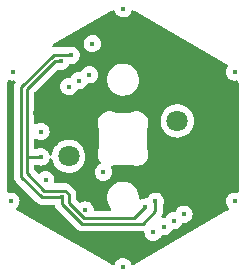
<source format=gbr>
%TF.GenerationSoftware,KiCad,Pcbnew,(6.0.6)*%
%TF.CreationDate,2022-07-10T21:38:46+02:00*%
%TF.ProjectId,GCode_Buttons_B3K-T13L,47436f64-655f-4427-9574-746f6e735f42,rev?*%
%TF.SameCoordinates,Original*%
%TF.FileFunction,Copper,L2,Inr*%
%TF.FilePolarity,Positive*%
%FSLAX46Y46*%
G04 Gerber Fmt 4.6, Leading zero omitted, Abs format (unit mm)*
G04 Created by KiCad (PCBNEW (6.0.6)) date 2022-07-10 21:38:46*
%MOMM*%
%LPD*%
G01*
G04 APERTURE LIST*
%TA.AperFunction,ComponentPad*%
%ADD10C,1.800000*%
%TD*%
%TA.AperFunction,ViaPad*%
%ADD11C,0.450000*%
%TD*%
%TA.AperFunction,Conductor*%
%ADD12C,0.250000*%
%TD*%
G04 APERTURE END LIST*
D10*
%TO.N,Net-(JP1-Pad1)*%
%TO.C,SW1*%
X95400000Y-101500000D03*
%TO.N,GND*%
X104600000Y-98500000D03*
%TD*%
D11*
%TO.N,+5V*%
X103650000Y-104800000D03*
X92550000Y-97800000D03*
X96500000Y-92450000D03*
X104250000Y-101650000D03*
%TO.N,GND*%
X90650000Y-94350000D03*
X109450000Y-94350000D03*
X100000000Y-110850000D03*
X109450000Y-105300000D03*
X97400000Y-91950000D03*
X100000000Y-89000000D03*
X90500000Y-105300000D03*
%TO.N,Net-(J1-Pad4)*%
X95600000Y-92950000D03*
X102750000Y-105300000D03*
X94850000Y-104950000D03*
%TO.N,Net-(J1-Pad1)*%
X102550000Y-107950000D03*
X93050000Y-99400000D03*
X95400000Y-95600000D03*
%TO.N,Net-(J1-Pad2)*%
X93050000Y-101550000D03*
X94750000Y-93450000D03*
X101900000Y-105800000D03*
%TO.N,Net-(J1-Pad3)*%
X93450000Y-103500000D03*
X103450000Y-107450000D03*
X96250000Y-95100000D03*
%TO.N,Net-(J1-Pad5)*%
X104300000Y-106950000D03*
X96800000Y-106050000D03*
X97150000Y-94600000D03*
%TO.N,Dout*%
X105150000Y-106400000D03*
X98350000Y-102850000D03*
%TD*%
D12*
%TO.N,Net-(J1-Pad4)*%
X94150000Y-92900000D02*
X95550000Y-92900000D01*
X91400000Y-103222182D02*
X91400000Y-95650000D01*
X95550000Y-92900000D02*
X95600000Y-92950000D01*
X101700000Y-107200000D02*
X102750000Y-106150000D01*
X94850000Y-104950000D02*
X94850000Y-105536396D01*
X102750000Y-106150000D02*
X102750000Y-105300000D01*
X93127818Y-104950000D02*
X91400000Y-103222182D01*
X91400000Y-95650000D02*
X94150000Y-92900000D01*
X96513604Y-107200000D02*
X101700000Y-107200000D01*
X94850000Y-104950000D02*
X93127818Y-104950000D01*
X94850000Y-105536396D02*
X96513604Y-107200000D01*
%TO.N,Net-(J1-Pad2)*%
X101900000Y-105800000D02*
X100950000Y-106750000D01*
X95077818Y-104400000D02*
X93350000Y-104400000D01*
X95400000Y-105450000D02*
X95400000Y-104722182D01*
X96700000Y-106750000D02*
X95400000Y-105450000D01*
X93350000Y-104400000D02*
X91850000Y-102900000D01*
X91850000Y-101550000D02*
X91850000Y-95836396D01*
X91850000Y-95836396D02*
X94236396Y-93450000D01*
X100950000Y-106750000D02*
X96700000Y-106750000D01*
X91850000Y-102900000D02*
X91850000Y-101550000D01*
X95400000Y-104722182D02*
X95077818Y-104400000D01*
X94236396Y-93450000D02*
X94750000Y-93450000D01*
X91850000Y-101550000D02*
X93050000Y-101550000D01*
%TD*%
%TA.AperFunction,Conductor*%
%TO.N,+5V*%
G36*
X99255245Y-89147220D02*
G01*
X99295159Y-89205083D01*
X99329932Y-89309615D01*
X99415179Y-89450373D01*
X99529491Y-89568747D01*
X99667189Y-89658854D01*
X99821428Y-89716215D01*
X99828409Y-89717146D01*
X99828411Y-89717147D01*
X99977561Y-89737048D01*
X99977565Y-89737048D01*
X99984542Y-89737979D01*
X99991553Y-89737341D01*
X99991557Y-89737341D01*
X100141403Y-89723704D01*
X100141404Y-89723704D01*
X100148424Y-89723065D01*
X100177062Y-89713760D01*
X100298230Y-89674390D01*
X100298233Y-89674389D01*
X100304929Y-89672213D01*
X100446279Y-89587951D01*
X100565449Y-89474468D01*
X100581458Y-89450373D01*
X100652614Y-89343275D01*
X100652615Y-89343273D01*
X100656515Y-89337403D01*
X100705413Y-89208678D01*
X100708342Y-89200967D01*
X100751230Y-89144388D01*
X100817899Y-89119979D01*
X100881859Y-89132705D01*
X100958214Y-89170360D01*
X100977743Y-89182824D01*
X100980726Y-89184595D01*
X100987718Y-89190227D01*
X101017122Y-89202437D01*
X101031789Y-89209678D01*
X108753005Y-93667526D01*
X108769036Y-93678513D01*
X108787719Y-93693561D01*
X108796007Y-93697002D01*
X108796011Y-93697005D01*
X108802885Y-93699859D01*
X108824565Y-93711459D01*
X108831650Y-93716192D01*
X108836349Y-93719332D01*
X108881877Y-93773809D01*
X108890726Y-93844252D01*
X108872259Y-93892353D01*
X108788838Y-94021797D01*
X108786427Y-94028420D01*
X108786426Y-94028423D01*
X108734966Y-94169809D01*
X108734965Y-94169814D01*
X108732556Y-94176432D01*
X108711931Y-94339694D01*
X108727989Y-94503468D01*
X108779932Y-94659615D01*
X108783581Y-94665640D01*
X108859220Y-94790533D01*
X108865179Y-94800373D01*
X108870070Y-94805438D01*
X108870071Y-94805439D01*
X108905814Y-94842452D01*
X108979491Y-94918747D01*
X109117189Y-95008854D01*
X109271428Y-95066215D01*
X109278409Y-95067146D01*
X109278411Y-95067147D01*
X109427561Y-95087048D01*
X109427565Y-95087048D01*
X109434542Y-95087979D01*
X109441553Y-95087341D01*
X109441557Y-95087341D01*
X109591403Y-95073704D01*
X109591404Y-95073704D01*
X109598424Y-95073065D01*
X109611344Y-95068867D01*
X109682312Y-95066841D01*
X109743109Y-95103505D01*
X109774433Y-95167218D01*
X109776008Y-95180460D01*
X109788766Y-95375105D01*
X109787731Y-95398357D01*
X109787690Y-95401745D01*
X109786308Y-95410618D01*
X109787472Y-95419520D01*
X109787472Y-95419523D01*
X109790435Y-95442179D01*
X109791499Y-95458516D01*
X109791501Y-104374186D01*
X109790000Y-104393574D01*
X109786310Y-104417269D01*
X109787957Y-104429863D01*
X109788440Y-104433560D01*
X109789233Y-104458135D01*
X109788354Y-104471545D01*
X109763939Y-104538212D01*
X109707358Y-104581096D01*
X109636573Y-104586582D01*
X109632053Y-104585305D01*
X109632047Y-104585332D01*
X109625188Y-104583723D01*
X109618555Y-104581361D01*
X109611569Y-104580528D01*
X109611565Y-104580527D01*
X109484086Y-104565327D01*
X109455153Y-104561877D01*
X109448150Y-104562613D01*
X109448149Y-104562613D01*
X109422328Y-104565327D01*
X109291495Y-104579078D01*
X109284827Y-104581348D01*
X109142382Y-104629840D01*
X109142379Y-104629841D01*
X109135715Y-104632110D01*
X109070189Y-104672422D01*
X109005492Y-104712224D01*
X108995555Y-104718337D01*
X108877982Y-104833473D01*
X108788838Y-104971797D01*
X108786427Y-104978420D01*
X108786426Y-104978423D01*
X108734966Y-105119809D01*
X108734965Y-105119814D01*
X108732556Y-105126432D01*
X108711931Y-105289694D01*
X108727989Y-105453468D01*
X108779932Y-105609615D01*
X108783581Y-105615640D01*
X108859103Y-105740340D01*
X108865179Y-105750373D01*
X108870070Y-105755438D01*
X108870071Y-105755439D01*
X108966737Y-105855540D01*
X108999669Y-105918437D01*
X108993369Y-105989153D01*
X108946108Y-106047828D01*
X108830735Y-106124927D01*
X108809274Y-106136077D01*
X108806933Y-106137391D01*
X108798564Y-106140629D01*
X108791440Y-106146086D01*
X108773307Y-106159976D01*
X108759686Y-106169069D01*
X105692873Y-107939694D01*
X101209077Y-110528415D01*
X101038499Y-110626898D01*
X101020961Y-110635291D01*
X101009702Y-110639647D01*
X100998580Y-110643950D01*
X100991452Y-110649410D01*
X100985542Y-110653937D01*
X100964654Y-110666914D01*
X100877719Y-110709788D01*
X100807777Y-110721979D01*
X100742347Y-110694421D01*
X100702997Y-110638220D01*
X100667998Y-110537717D01*
X100665680Y-110531060D01*
X100578476Y-110391505D01*
X100520499Y-110333122D01*
X100467486Y-110279737D01*
X100467482Y-110279734D01*
X100462522Y-110274739D01*
X100323580Y-110186563D01*
X100274447Y-110169068D01*
X100175189Y-110133723D01*
X100175187Y-110133722D01*
X100168555Y-110131361D01*
X100161569Y-110130528D01*
X100161565Y-110130527D01*
X100047071Y-110116875D01*
X100005153Y-110111877D01*
X99998150Y-110112613D01*
X99998149Y-110112613D01*
X99954935Y-110117155D01*
X99841495Y-110129078D01*
X99834827Y-110131348D01*
X99692382Y-110179840D01*
X99692379Y-110179841D01*
X99685715Y-110182110D01*
X99545555Y-110268337D01*
X99427982Y-110383473D01*
X99338838Y-110521797D01*
X99295943Y-110639651D01*
X99253851Y-110696818D01*
X99187530Y-110722157D01*
X99121815Y-110709558D01*
X99041788Y-110670092D01*
X99022286Y-110657643D01*
X99019282Y-110655859D01*
X99012290Y-110650227D01*
X98982877Y-110638012D01*
X98968214Y-110630773D01*
X92917410Y-107137341D01*
X91246992Y-106172925D01*
X91230958Y-106161936D01*
X91219257Y-106152512D01*
X91219253Y-106152510D01*
X91212262Y-106146879D01*
X91197090Y-106140579D01*
X91175408Y-106128979D01*
X91126793Y-106096498D01*
X91022902Y-106027086D01*
X90977372Y-105972611D01*
X90968522Y-105902168D01*
X90999160Y-105838123D01*
X91006009Y-105831072D01*
X91060343Y-105779332D01*
X91060350Y-105779324D01*
X91065449Y-105774468D01*
X91081458Y-105750373D01*
X91152614Y-105643275D01*
X91152615Y-105643273D01*
X91156515Y-105637403D01*
X91214951Y-105483568D01*
X91225993Y-105404999D01*
X91237302Y-105324534D01*
X91237303Y-105324527D01*
X91237853Y-105320610D01*
X91238141Y-105300000D01*
X91219798Y-105136466D01*
X91213998Y-105119809D01*
X91167998Y-104987717D01*
X91165680Y-104981060D01*
X91078476Y-104841505D01*
X90976129Y-104738441D01*
X90967486Y-104729737D01*
X90967482Y-104729734D01*
X90962522Y-104724739D01*
X90823580Y-104636563D01*
X90762131Y-104614682D01*
X90675189Y-104583723D01*
X90675187Y-104583722D01*
X90668555Y-104581361D01*
X90661569Y-104580528D01*
X90661565Y-104580527D01*
X90534086Y-104565327D01*
X90505153Y-104561877D01*
X90498150Y-104562613D01*
X90498149Y-104562613D01*
X90350809Y-104578099D01*
X90280971Y-104565327D01*
X90229124Y-104516825D01*
X90211730Y-104447992D01*
X90212262Y-104442482D01*
X90212308Y-104438736D01*
X90213690Y-104429863D01*
X90209562Y-104398280D01*
X90208499Y-104381951D01*
X90208499Y-95466263D01*
X90209999Y-95446878D01*
X90212309Y-95432045D01*
X90212309Y-95432041D01*
X90213690Y-95423172D01*
X90211560Y-95406884D01*
X90210766Y-95382306D01*
X90224997Y-95165197D01*
X90227147Y-95148860D01*
X90229029Y-95139396D01*
X90230422Y-95132397D01*
X90263327Y-95069488D01*
X90325021Y-95034354D01*
X90397921Y-95038878D01*
X90471428Y-95066215D01*
X90478409Y-95067146D01*
X90478411Y-95067147D01*
X90627561Y-95087048D01*
X90627565Y-95087048D01*
X90634542Y-95087979D01*
X90641554Y-95087341D01*
X90641558Y-95087341D01*
X90770977Y-95075563D01*
X90840630Y-95089309D01*
X90891794Y-95138530D01*
X90908225Y-95207599D01*
X90885129Y-95272853D01*
X90883414Y-95274679D01*
X90879595Y-95281625D01*
X90879593Y-95281628D01*
X90873652Y-95292434D01*
X90862801Y-95308953D01*
X90850386Y-95324959D01*
X90847241Y-95332228D01*
X90847238Y-95332232D01*
X90832826Y-95365537D01*
X90827609Y-95376187D01*
X90806305Y-95414940D01*
X90804334Y-95422615D01*
X90804334Y-95422616D01*
X90801267Y-95434562D01*
X90794863Y-95453266D01*
X90792117Y-95459613D01*
X90786819Y-95471855D01*
X90785580Y-95479678D01*
X90785577Y-95479688D01*
X90779901Y-95515524D01*
X90777495Y-95527144D01*
X90766500Y-95569970D01*
X90766500Y-95590224D01*
X90764949Y-95609934D01*
X90761780Y-95629943D01*
X90762526Y-95637835D01*
X90765941Y-95673961D01*
X90766500Y-95685819D01*
X90766500Y-103143415D01*
X90765973Y-103154598D01*
X90764298Y-103162091D01*
X90764547Y-103170017D01*
X90764547Y-103170018D01*
X90766438Y-103230168D01*
X90766500Y-103234127D01*
X90766500Y-103262038D01*
X90766997Y-103265972D01*
X90766997Y-103265973D01*
X90767005Y-103266038D01*
X90767938Y-103277875D01*
X90769327Y-103322071D01*
X90774978Y-103341521D01*
X90778987Y-103360882D01*
X90781526Y-103380979D01*
X90784445Y-103388350D01*
X90784445Y-103388352D01*
X90797804Y-103422094D01*
X90801649Y-103433324D01*
X90813982Y-103475775D01*
X90818015Y-103482594D01*
X90818017Y-103482599D01*
X90824293Y-103493210D01*
X90832988Y-103510958D01*
X90840448Y-103529799D01*
X90845110Y-103536215D01*
X90845110Y-103536216D01*
X90866436Y-103565569D01*
X90872952Y-103575489D01*
X90880339Y-103587979D01*
X90895458Y-103613544D01*
X90909779Y-103627865D01*
X90922619Y-103642898D01*
X90934528Y-103659289D01*
X90940634Y-103664340D01*
X90968605Y-103687480D01*
X90977384Y-103695470D01*
X92624161Y-105342247D01*
X92631705Y-105350537D01*
X92635818Y-105357018D01*
X92641595Y-105362443D01*
X92685485Y-105403658D01*
X92688327Y-105406413D01*
X92708049Y-105426135D01*
X92711173Y-105428558D01*
X92711177Y-105428562D01*
X92711242Y-105428612D01*
X92720263Y-105436317D01*
X92752497Y-105466586D01*
X92759445Y-105470405D01*
X92759447Y-105470407D01*
X92770250Y-105476346D01*
X92786777Y-105487202D01*
X92796516Y-105494757D01*
X92796518Y-105494758D01*
X92802778Y-105499614D01*
X92843358Y-105517174D01*
X92854006Y-105522391D01*
X92892758Y-105543695D01*
X92900434Y-105545666D01*
X92900437Y-105545667D01*
X92912380Y-105548733D01*
X92931085Y-105555137D01*
X92949673Y-105563181D01*
X92957496Y-105564420D01*
X92957506Y-105564423D01*
X92993342Y-105570099D01*
X93004962Y-105572505D01*
X93040107Y-105581528D01*
X93047788Y-105583500D01*
X93068042Y-105583500D01*
X93087752Y-105585051D01*
X93107761Y-105588220D01*
X93115653Y-105587474D01*
X93151779Y-105584059D01*
X93163637Y-105583500D01*
X94106332Y-105583500D01*
X94174453Y-105603502D01*
X94220946Y-105657158D01*
X94227427Y-105679944D01*
X94228562Y-105679653D01*
X94230532Y-105687326D01*
X94231526Y-105695193D01*
X94234445Y-105702564D01*
X94234445Y-105702566D01*
X94247804Y-105736308D01*
X94251649Y-105747538D01*
X94257767Y-105768597D01*
X94263982Y-105789989D01*
X94268015Y-105796808D01*
X94268017Y-105796813D01*
X94274293Y-105807424D01*
X94282988Y-105825172D01*
X94290448Y-105844013D01*
X94295110Y-105850429D01*
X94295110Y-105850430D01*
X94316436Y-105879783D01*
X94322952Y-105889703D01*
X94339946Y-105918437D01*
X94345458Y-105927758D01*
X94359779Y-105942079D01*
X94372619Y-105957112D01*
X94384528Y-105973503D01*
X94390634Y-105978554D01*
X94418605Y-106001694D01*
X94427384Y-106009684D01*
X96009947Y-107592247D01*
X96017491Y-107600537D01*
X96021604Y-107607018D01*
X96027381Y-107612443D01*
X96071271Y-107653658D01*
X96074113Y-107656413D01*
X96093834Y-107676134D01*
X96097029Y-107678612D01*
X96106051Y-107686318D01*
X96138283Y-107716586D01*
X96145232Y-107720406D01*
X96156036Y-107726346D01*
X96172560Y-107737199D01*
X96188563Y-107749613D01*
X96229147Y-107767176D01*
X96239777Y-107772383D01*
X96278544Y-107793695D01*
X96286221Y-107795666D01*
X96286226Y-107795668D01*
X96298162Y-107798732D01*
X96316870Y-107805137D01*
X96335459Y-107813181D01*
X96343284Y-107814420D01*
X96343286Y-107814421D01*
X96379123Y-107820097D01*
X96390744Y-107822504D01*
X96422563Y-107830673D01*
X96433574Y-107833500D01*
X96453835Y-107833500D01*
X96473544Y-107835051D01*
X96493547Y-107838219D01*
X96501439Y-107837473D01*
X96506666Y-107836979D01*
X96537558Y-107834059D01*
X96549415Y-107833500D01*
X101621233Y-107833500D01*
X101632416Y-107834027D01*
X101639909Y-107835702D01*
X101647834Y-107835453D01*
X101647835Y-107835453D01*
X101658585Y-107835115D01*
X101683385Y-107834335D01*
X101752100Y-107852187D01*
X101800256Y-107904355D01*
X101812743Y-107947977D01*
X101827989Y-108103468D01*
X101879932Y-108259615D01*
X101965179Y-108400373D01*
X102079491Y-108518747D01*
X102217189Y-108608854D01*
X102371428Y-108666215D01*
X102378409Y-108667146D01*
X102378411Y-108667147D01*
X102527561Y-108687048D01*
X102527565Y-108687048D01*
X102534542Y-108687979D01*
X102541553Y-108687341D01*
X102541557Y-108687341D01*
X102691403Y-108673704D01*
X102691404Y-108673704D01*
X102698424Y-108673065D01*
X102727062Y-108663760D01*
X102848230Y-108624390D01*
X102848233Y-108624389D01*
X102854929Y-108622213D01*
X102996279Y-108537951D01*
X103115449Y-108424468D01*
X103131458Y-108400373D01*
X103202614Y-108293275D01*
X103202615Y-108293273D01*
X103206515Y-108287403D01*
X103217998Y-108257174D01*
X103260884Y-108200598D01*
X103327552Y-108176187D01*
X103352444Y-108177025D01*
X103401435Y-108183562D01*
X103427562Y-108187048D01*
X103427565Y-108187048D01*
X103434542Y-108187979D01*
X103441553Y-108187341D01*
X103441557Y-108187341D01*
X103591403Y-108173704D01*
X103591404Y-108173704D01*
X103598424Y-108173065D01*
X103638440Y-108160063D01*
X103748230Y-108124390D01*
X103748233Y-108124389D01*
X103754929Y-108122213D01*
X103896279Y-108037951D01*
X104015449Y-107924468D01*
X104072753Y-107838219D01*
X104102614Y-107793275D01*
X104102615Y-107793273D01*
X104106515Y-107787403D01*
X104115586Y-107763524D01*
X104158472Y-107706947D01*
X104225140Y-107682537D01*
X104250037Y-107683375D01*
X104277561Y-107687048D01*
X104277565Y-107687048D01*
X104284542Y-107687979D01*
X104291553Y-107687341D01*
X104291557Y-107687341D01*
X104441403Y-107673704D01*
X104441404Y-107673704D01*
X104448424Y-107673065D01*
X104508152Y-107653658D01*
X104598230Y-107624390D01*
X104598233Y-107624389D01*
X104604929Y-107622213D01*
X104746279Y-107537951D01*
X104865449Y-107424468D01*
X104956515Y-107287403D01*
X104983662Y-107215937D01*
X105026550Y-107159359D01*
X105093219Y-107134949D01*
X105118113Y-107135787D01*
X105121919Y-107136295D01*
X105127562Y-107137048D01*
X105127565Y-107137048D01*
X105134542Y-107137979D01*
X105141553Y-107137341D01*
X105141557Y-107137341D01*
X105291403Y-107123704D01*
X105291404Y-107123704D01*
X105298424Y-107123065D01*
X105321455Y-107115582D01*
X105448230Y-107074390D01*
X105448233Y-107074389D01*
X105454929Y-107072213D01*
X105596279Y-106987951D01*
X105715449Y-106874468D01*
X105719350Y-106868597D01*
X105802614Y-106743275D01*
X105802615Y-106743273D01*
X105806515Y-106737403D01*
X105864951Y-106583568D01*
X105879711Y-106478546D01*
X105887302Y-106424534D01*
X105887303Y-106424527D01*
X105887853Y-106420610D01*
X105888141Y-106400000D01*
X105869798Y-106236466D01*
X105855127Y-106194335D01*
X105817998Y-106087717D01*
X105815680Y-106081060D01*
X105796272Y-106050000D01*
X105732209Y-105947479D01*
X105728476Y-105941505D01*
X105643109Y-105855540D01*
X105617486Y-105829737D01*
X105617482Y-105829734D01*
X105612522Y-105824739D01*
X105473580Y-105736563D01*
X105399224Y-105710086D01*
X105325189Y-105683723D01*
X105325187Y-105683722D01*
X105318555Y-105681361D01*
X105311569Y-105680528D01*
X105311565Y-105680527D01*
X105183499Y-105665257D01*
X105155153Y-105661877D01*
X105148150Y-105662613D01*
X105148149Y-105662613D01*
X105122994Y-105665257D01*
X104991495Y-105679078D01*
X104984827Y-105681348D01*
X104842382Y-105729840D01*
X104842379Y-105729841D01*
X104835715Y-105732110D01*
X104776406Y-105768597D01*
X104713408Y-105807354D01*
X104695555Y-105818337D01*
X104676863Y-105836642D01*
X104609950Y-105902168D01*
X104577982Y-105933473D01*
X104488838Y-106071797D01*
X104486427Y-106078420D01*
X104486426Y-106078423D01*
X104466490Y-106133198D01*
X104424396Y-106190370D01*
X104358075Y-106215708D01*
X104333173Y-106215218D01*
X104305153Y-106211877D01*
X104298150Y-106212613D01*
X104298149Y-106212613D01*
X104273365Y-106215218D01*
X104141495Y-106229078D01*
X104134827Y-106231348D01*
X103992382Y-106279840D01*
X103992379Y-106279841D01*
X103985715Y-106282110D01*
X103845555Y-106368337D01*
X103727982Y-106483473D01*
X103638838Y-106621797D01*
X103636427Y-106628420D01*
X103636426Y-106628423D01*
X103633930Y-106635281D01*
X103591835Y-106692452D01*
X103525513Y-106717788D01*
X103500616Y-106717298D01*
X103455153Y-106711877D01*
X103384368Y-106719317D01*
X103314532Y-106706545D01*
X103262685Y-106658043D01*
X103245290Y-106589211D01*
X103267272Y-106525696D01*
X103266587Y-106525319D01*
X103268789Y-106521314D01*
X103268789Y-106521313D01*
X103276346Y-106507568D01*
X103287199Y-106491045D01*
X103294753Y-106481306D01*
X103299613Y-106475041D01*
X103317176Y-106434457D01*
X103322383Y-106423827D01*
X103343695Y-106385060D01*
X103345666Y-106377383D01*
X103345668Y-106377378D01*
X103348732Y-106365442D01*
X103355138Y-106346730D01*
X103360033Y-106335419D01*
X103363181Y-106328145D01*
X103364421Y-106320317D01*
X103364423Y-106320310D01*
X103370099Y-106284476D01*
X103372505Y-106272856D01*
X103381528Y-106237711D01*
X103381528Y-106237710D01*
X103383500Y-106230030D01*
X103383500Y-106209776D01*
X103385051Y-106190065D01*
X103386980Y-106177886D01*
X103388220Y-106170057D01*
X103384059Y-106126038D01*
X103383500Y-106114181D01*
X103383500Y-105710086D01*
X103401458Y-105650599D01*
X103399396Y-105649539D01*
X103402621Y-105643265D01*
X103406515Y-105637403D01*
X103464951Y-105483568D01*
X103475993Y-105404999D01*
X103487302Y-105324534D01*
X103487303Y-105324527D01*
X103487853Y-105320610D01*
X103488141Y-105300000D01*
X103469798Y-105136466D01*
X103463998Y-105119809D01*
X103417998Y-104987717D01*
X103415680Y-104981060D01*
X103328476Y-104841505D01*
X103226129Y-104738441D01*
X103217486Y-104729737D01*
X103217482Y-104729734D01*
X103212522Y-104724739D01*
X103073580Y-104636563D01*
X103012131Y-104614682D01*
X102925189Y-104583723D01*
X102925187Y-104583722D01*
X102918555Y-104581361D01*
X102911569Y-104580528D01*
X102911565Y-104580527D01*
X102784086Y-104565327D01*
X102755153Y-104561877D01*
X102748150Y-104562613D01*
X102748149Y-104562613D01*
X102722328Y-104565327D01*
X102591495Y-104579078D01*
X102584827Y-104581348D01*
X102442382Y-104629840D01*
X102442379Y-104629841D01*
X102435715Y-104632110D01*
X102370189Y-104672422D01*
X102305492Y-104712224D01*
X102295555Y-104718337D01*
X102177982Y-104833473D01*
X102088838Y-104971797D01*
X102086427Y-104978420D01*
X102086426Y-104978423D01*
X102083930Y-104985281D01*
X102041835Y-105042452D01*
X101975513Y-105067788D01*
X101950616Y-105067298D01*
X101905153Y-105061877D01*
X101898150Y-105062613D01*
X101898149Y-105062613D01*
X101854935Y-105067155D01*
X101741495Y-105079078D01*
X101734827Y-105081348D01*
X101592382Y-105129840D01*
X101592379Y-105129841D01*
X101585715Y-105132110D01*
X101567258Y-105143465D01*
X101553277Y-105152066D01*
X101484776Y-105170724D01*
X101417062Y-105149385D01*
X101371634Y-105094825D01*
X101361344Y-105049475D01*
X101361081Y-105042452D01*
X101353249Y-104833842D01*
X101305907Y-104608209D01*
X101297366Y-104586582D01*
X101223185Y-104398744D01*
X101223184Y-104398742D01*
X101221224Y-104393779D01*
X101213362Y-104380822D01*
X101104390Y-104201243D01*
X101101623Y-104196683D01*
X101014755Y-104096576D01*
X100954023Y-104026588D01*
X100954021Y-104026586D01*
X100950523Y-104022555D01*
X100857592Y-103946356D01*
X100776373Y-103879760D01*
X100776367Y-103879756D01*
X100772245Y-103876376D01*
X100767609Y-103873737D01*
X100767606Y-103873735D01*
X100576529Y-103764968D01*
X100571886Y-103762325D01*
X100355175Y-103683663D01*
X100349926Y-103682714D01*
X100349923Y-103682713D01*
X100132392Y-103643377D01*
X100132385Y-103643376D01*
X100128308Y-103642639D01*
X100110586Y-103641803D01*
X100105644Y-103641570D01*
X100105637Y-103641570D01*
X100104156Y-103641500D01*
X99942110Y-103641500D01*
X99875191Y-103647178D01*
X99775591Y-103655629D01*
X99775587Y-103655630D01*
X99770280Y-103656080D01*
X99765125Y-103657418D01*
X99765119Y-103657419D01*
X99552297Y-103712657D01*
X99552293Y-103712658D01*
X99547128Y-103713999D01*
X99542262Y-103716191D01*
X99542259Y-103716192D01*
X99433980Y-103764968D01*
X99336925Y-103808688D01*
X99145681Y-103937441D01*
X99141824Y-103941120D01*
X99141822Y-103941122D01*
X99093149Y-103987554D01*
X98978865Y-104096576D01*
X98841246Y-104281542D01*
X98838830Y-104286293D01*
X98838828Y-104286297D01*
X98823474Y-104316497D01*
X98736760Y-104487051D01*
X98735178Y-104492145D01*
X98735177Y-104492148D01*
X98690335Y-104636563D01*
X98668393Y-104707227D01*
X98667692Y-104712516D01*
X98650876Y-104839396D01*
X98638102Y-104935774D01*
X98638302Y-104941103D01*
X98638302Y-104941105D01*
X98640052Y-104987717D01*
X98646751Y-105166158D01*
X98694093Y-105391791D01*
X98696051Y-105396750D01*
X98696052Y-105396752D01*
X98775324Y-105597479D01*
X98778776Y-105606221D01*
X98781543Y-105610780D01*
X98781544Y-105610783D01*
X98813055Y-105662711D01*
X98898377Y-105803317D01*
X98901873Y-105807346D01*
X98901879Y-105807354D01*
X98989146Y-105907920D01*
X99018686Y-105972479D01*
X99008632Y-106042760D01*
X98962177Y-106096449D01*
X98893981Y-106116500D01*
X97658257Y-106116500D01*
X97590136Y-106096498D01*
X97543643Y-106042842D01*
X97533042Y-106004544D01*
X97532933Y-106003565D01*
X97519798Y-105886466D01*
X97509029Y-105855540D01*
X97492248Y-105807354D01*
X97465680Y-105731060D01*
X97436101Y-105683723D01*
X97382209Y-105597479D01*
X97378476Y-105591505D01*
X97304655Y-105517167D01*
X97267486Y-105479737D01*
X97267482Y-105479734D01*
X97262522Y-105474739D01*
X97123580Y-105386563D01*
X97040608Y-105357018D01*
X96975189Y-105333723D01*
X96975187Y-105333722D01*
X96968555Y-105331361D01*
X96961569Y-105330528D01*
X96961565Y-105330527D01*
X96845173Y-105316649D01*
X96805153Y-105311877D01*
X96798150Y-105312613D01*
X96798149Y-105312613D01*
X96759750Y-105316649D01*
X96641495Y-105329078D01*
X96634827Y-105331348D01*
X96492382Y-105379840D01*
X96492379Y-105379841D01*
X96485715Y-105382110D01*
X96446211Y-105406413D01*
X96410922Y-105428123D01*
X96342421Y-105446781D01*
X96274707Y-105425442D01*
X96255804Y-105409900D01*
X96179628Y-105333723D01*
X96070404Y-105224499D01*
X96036379Y-105162187D01*
X96033500Y-105135404D01*
X96033500Y-104800949D01*
X96034027Y-104789766D01*
X96035702Y-104782273D01*
X96033562Y-104714196D01*
X96033500Y-104710237D01*
X96033500Y-104682326D01*
X96032995Y-104678326D01*
X96032062Y-104666483D01*
X96030922Y-104630211D01*
X96030673Y-104622292D01*
X96025544Y-104604636D01*
X96025022Y-104602840D01*
X96021014Y-104583488D01*
X96019467Y-104571245D01*
X96018474Y-104563385D01*
X96015556Y-104556014D01*
X96002200Y-104522279D01*
X95998355Y-104511052D01*
X95997721Y-104508869D01*
X95986018Y-104468589D01*
X95979836Y-104458135D01*
X95975707Y-104451154D01*
X95967012Y-104433406D01*
X95959552Y-104414565D01*
X95939562Y-104387050D01*
X95933564Y-104378795D01*
X95927048Y-104368875D01*
X95908578Y-104337645D01*
X95904542Y-104330820D01*
X95898936Y-104325213D01*
X95890220Y-104316497D01*
X95877379Y-104301463D01*
X95870131Y-104291487D01*
X95870130Y-104291486D01*
X95865472Y-104285075D01*
X95831407Y-104256894D01*
X95822626Y-104248904D01*
X95581465Y-104007742D01*
X95573931Y-103999463D01*
X95569818Y-103992982D01*
X95520165Y-103946355D01*
X95517324Y-103943601D01*
X95497588Y-103923865D01*
X95494391Y-103921385D01*
X95485369Y-103913680D01*
X95458918Y-103888841D01*
X95453139Y-103883414D01*
X95446193Y-103879595D01*
X95446190Y-103879593D01*
X95435384Y-103873652D01*
X95418865Y-103862801D01*
X95418401Y-103862441D01*
X95402859Y-103850386D01*
X95395590Y-103847241D01*
X95395586Y-103847238D01*
X95362281Y-103832826D01*
X95351631Y-103827609D01*
X95312878Y-103806305D01*
X95293255Y-103801267D01*
X95274552Y-103794863D01*
X95263238Y-103789967D01*
X95263237Y-103789967D01*
X95255963Y-103786819D01*
X95248140Y-103785580D01*
X95248130Y-103785577D01*
X95212294Y-103779901D01*
X95200674Y-103777495D01*
X95165529Y-103768472D01*
X95165528Y-103768472D01*
X95157848Y-103766500D01*
X95137594Y-103766500D01*
X95117883Y-103764949D01*
X95105704Y-103763020D01*
X95097875Y-103761780D01*
X95089983Y-103762526D01*
X95053857Y-103765941D01*
X95041999Y-103766500D01*
X94298242Y-103766500D01*
X94230121Y-103746498D01*
X94183628Y-103692842D01*
X94173468Y-103622964D01*
X94174004Y-103619155D01*
X94181444Y-103566215D01*
X94187302Y-103524534D01*
X94187303Y-103524527D01*
X94187853Y-103520610D01*
X94188017Y-103508854D01*
X94188086Y-103503962D01*
X94188086Y-103503956D01*
X94188141Y-103500000D01*
X94169798Y-103336466D01*
X94163576Y-103318597D01*
X94117998Y-103187717D01*
X94115680Y-103181060D01*
X94106045Y-103165640D01*
X94032209Y-103047479D01*
X94028476Y-103041505D01*
X93960555Y-102973108D01*
X93917486Y-102929737D01*
X93917482Y-102929734D01*
X93912522Y-102924739D01*
X93773580Y-102836563D01*
X93715512Y-102815886D01*
X93625189Y-102783723D01*
X93625187Y-102783722D01*
X93618555Y-102781361D01*
X93611569Y-102780528D01*
X93611565Y-102780527D01*
X93497071Y-102766875D01*
X93455153Y-102761877D01*
X93448150Y-102762613D01*
X93448149Y-102762613D01*
X93404935Y-102767155D01*
X93291495Y-102779078D01*
X93284827Y-102781348D01*
X93142382Y-102829840D01*
X93142379Y-102829841D01*
X93135715Y-102832110D01*
X92995555Y-102918337D01*
X92990524Y-102923264D01*
X92990521Y-102923266D01*
X92967772Y-102945544D01*
X92905107Y-102978914D01*
X92834348Y-102973108D01*
X92790520Y-102944615D01*
X92520405Y-102674500D01*
X92486379Y-102612188D01*
X92483500Y-102585405D01*
X92483500Y-102309500D01*
X92503502Y-102241379D01*
X92557158Y-102194886D01*
X92609500Y-102183500D01*
X92640882Y-102183500D01*
X92704660Y-102202513D01*
X92705009Y-102201821D01*
X92708853Y-102203763D01*
X92709873Y-102204067D01*
X92711288Y-102204993D01*
X92711291Y-102204995D01*
X92717189Y-102208854D01*
X92871428Y-102266215D01*
X92878409Y-102267146D01*
X92878411Y-102267147D01*
X93027561Y-102287048D01*
X93027565Y-102287048D01*
X93034542Y-102287979D01*
X93041553Y-102287341D01*
X93041557Y-102287341D01*
X93191403Y-102273704D01*
X93191404Y-102273704D01*
X93198424Y-102273065D01*
X93295943Y-102241379D01*
X93348230Y-102224390D01*
X93348233Y-102224389D01*
X93354929Y-102222213D01*
X93496279Y-102137951D01*
X93615449Y-102024468D01*
X93641203Y-101985705D01*
X93702614Y-101893275D01*
X93702615Y-101893273D01*
X93706515Y-101887403D01*
X93764951Y-101733568D01*
X93765301Y-101731079D01*
X93800700Y-101671613D01*
X93864233Y-101639926D01*
X93934811Y-101647617D01*
X93990028Y-101692245D01*
X94009342Y-101736254D01*
X94051346Y-101922642D01*
X94053288Y-101927424D01*
X94053289Y-101927428D01*
X94135171Y-102129078D01*
X94138484Y-102137237D01*
X94194053Y-102227917D01*
X94242674Y-102307259D01*
X94259501Y-102334719D01*
X94411147Y-102509784D01*
X94589349Y-102657730D01*
X94789322Y-102774584D01*
X94794147Y-102776426D01*
X94794148Y-102776427D01*
X94868665Y-102804883D01*
X95005694Y-102857209D01*
X95010760Y-102858240D01*
X95010761Y-102858240D01*
X95052093Y-102866649D01*
X95232656Y-102903385D01*
X95363324Y-102908176D01*
X95458949Y-102911683D01*
X95458953Y-102911683D01*
X95464113Y-102911872D01*
X95469233Y-102911216D01*
X95469235Y-102911216D01*
X95542270Y-102901860D01*
X95693847Y-102882442D01*
X95698795Y-102880957D01*
X95698802Y-102880956D01*
X95836334Y-102839694D01*
X97611931Y-102839694D01*
X97627989Y-103003468D01*
X97679932Y-103159615D01*
X97692770Y-103180813D01*
X97739562Y-103258074D01*
X97765179Y-103300373D01*
X97879491Y-103418747D01*
X98017189Y-103508854D01*
X98171428Y-103566215D01*
X98178409Y-103567146D01*
X98178411Y-103567147D01*
X98327561Y-103587048D01*
X98327565Y-103587048D01*
X98334542Y-103587979D01*
X98341553Y-103587341D01*
X98341557Y-103587341D01*
X98491403Y-103573704D01*
X98491404Y-103573704D01*
X98498424Y-103573065D01*
X98611833Y-103536216D01*
X98648230Y-103524390D01*
X98648233Y-103524389D01*
X98654929Y-103522213D01*
X98796279Y-103437951D01*
X98915449Y-103324468D01*
X98931458Y-103300373D01*
X99002614Y-103193275D01*
X99002615Y-103193273D01*
X99006515Y-103187403D01*
X99064951Y-103033568D01*
X99077322Y-102945544D01*
X99087302Y-102874534D01*
X99087303Y-102874527D01*
X99087853Y-102870610D01*
X99088141Y-102850000D01*
X99069798Y-102686466D01*
X99063998Y-102669809D01*
X99032546Y-102579494D01*
X99015680Y-102531060D01*
X98982381Y-102477771D01*
X98963246Y-102409405D01*
X98984111Y-102341543D01*
X99038352Y-102295735D01*
X99067217Y-102286942D01*
X99102663Y-102280651D01*
X99130219Y-102275760D01*
X99260135Y-102227204D01*
X99269170Y-102224212D01*
X99287074Y-102219026D01*
X99287086Y-102219021D01*
X99291751Y-102217670D01*
X99294463Y-102216405D01*
X99321216Y-102209727D01*
X99322496Y-102209560D01*
X99338810Y-102208499D01*
X100653455Y-102208499D01*
X100672850Y-102210001D01*
X100688012Y-102212363D01*
X100695952Y-102213600D01*
X100720667Y-102220072D01*
X100735295Y-102225539D01*
X100869770Y-102275799D01*
X100875420Y-102276802D01*
X100875421Y-102276802D01*
X101045348Y-102306960D01*
X101045351Y-102306960D01*
X101051001Y-102307963D01*
X101143030Y-102307377D01*
X101229318Y-102306827D01*
X101229322Y-102306827D01*
X101235060Y-102306790D01*
X101240696Y-102305715D01*
X101240700Y-102305715D01*
X101410230Y-102273391D01*
X101410234Y-102273390D01*
X101415866Y-102272316D01*
X101587444Y-102205683D01*
X101697312Y-102137951D01*
X101739241Y-102112103D01*
X101739245Y-102112100D01*
X101744126Y-102109091D01*
X101748756Y-102104910D01*
X101876477Y-101989575D01*
X101876481Y-101989571D01*
X101880733Y-101985731D01*
X101884221Y-101981183D01*
X101884225Y-101981179D01*
X101939753Y-101908782D01*
X101992753Y-101839681D01*
X102076484Y-101675765D01*
X102098311Y-101602686D01*
X102127516Y-101504903D01*
X102127517Y-101504900D01*
X102129159Y-101499401D01*
X102141428Y-101386466D01*
X102148419Y-101322114D01*
X102148419Y-101322112D01*
X102149038Y-101316414D01*
X102142726Y-101231060D01*
X102135887Y-101138568D01*
X102135886Y-101138564D01*
X102135464Y-101132853D01*
X102095413Y-100979737D01*
X102090337Y-100960331D01*
X102090336Y-100960328D01*
X102088885Y-100954781D01*
X102054862Y-100882110D01*
X102030079Y-100829174D01*
X102026367Y-100820396D01*
X102018039Y-100798418D01*
X102019036Y-100798040D01*
X102008500Y-100750870D01*
X102008500Y-99254888D01*
X102009999Y-99235513D01*
X102012336Y-99220496D01*
X102022724Y-99186447D01*
X102086414Y-99050405D01*
X102088849Y-99045204D01*
X102095369Y-99020280D01*
X102115974Y-98941505D01*
X102135426Y-98867139D01*
X102148999Y-98683584D01*
X102146732Y-98662711D01*
X102129741Y-98506313D01*
X102129740Y-98506307D01*
X102129121Y-98500605D01*
X102118627Y-98465469D01*
X103187095Y-98465469D01*
X103187392Y-98470622D01*
X103187392Y-98470625D01*
X103193067Y-98569041D01*
X103200427Y-98696697D01*
X103201564Y-98701743D01*
X103201565Y-98701749D01*
X103230409Y-98829737D01*
X103251346Y-98922642D01*
X103253288Y-98927424D01*
X103253289Y-98927428D01*
X103312143Y-99072368D01*
X103338484Y-99137237D01*
X103459501Y-99334719D01*
X103611147Y-99509784D01*
X103789349Y-99657730D01*
X103989322Y-99774584D01*
X104205694Y-99857209D01*
X104210760Y-99858240D01*
X104210761Y-99858240D01*
X104261668Y-99868597D01*
X104432656Y-99903385D01*
X104563324Y-99908176D01*
X104658949Y-99911683D01*
X104658953Y-99911683D01*
X104664113Y-99911872D01*
X104669233Y-99911216D01*
X104669235Y-99911216D01*
X104742270Y-99901860D01*
X104893847Y-99882442D01*
X104898795Y-99880957D01*
X104898802Y-99880956D01*
X105110747Y-99817369D01*
X105115690Y-99815886D01*
X105196236Y-99776427D01*
X105319049Y-99716262D01*
X105319052Y-99716260D01*
X105323684Y-99713991D01*
X105512243Y-99579494D01*
X105676303Y-99416005D01*
X105811458Y-99227917D01*
X105819210Y-99212233D01*
X105911784Y-99024922D01*
X105911785Y-99024920D01*
X105914078Y-99020280D01*
X105981408Y-98798671D01*
X106011640Y-98569041D01*
X106013327Y-98500000D01*
X106007032Y-98423434D01*
X105994773Y-98274318D01*
X105994772Y-98274312D01*
X105994349Y-98269167D01*
X105937925Y-98044533D01*
X105935866Y-98039797D01*
X105847630Y-97836868D01*
X105847628Y-97836865D01*
X105845570Y-97832131D01*
X105719764Y-97637665D01*
X105563887Y-97466358D01*
X105559836Y-97463159D01*
X105559832Y-97463155D01*
X105386177Y-97326011D01*
X105386172Y-97326008D01*
X105382123Y-97322810D01*
X105377607Y-97320317D01*
X105377604Y-97320315D01*
X105183879Y-97213373D01*
X105183875Y-97213371D01*
X105179355Y-97210876D01*
X105174486Y-97209152D01*
X105174482Y-97209150D01*
X104965903Y-97135288D01*
X104965899Y-97135287D01*
X104961028Y-97133562D01*
X104955935Y-97132655D01*
X104955932Y-97132654D01*
X104738095Y-97093851D01*
X104738089Y-97093850D01*
X104733006Y-97092945D01*
X104660096Y-97092054D01*
X104506581Y-97090179D01*
X104506579Y-97090179D01*
X104501411Y-97090116D01*
X104272464Y-97125150D01*
X104052314Y-97197106D01*
X104047726Y-97199494D01*
X104047722Y-97199496D01*
X104021065Y-97213373D01*
X103846872Y-97304052D01*
X103842739Y-97307155D01*
X103842736Y-97307157D01*
X103817625Y-97326011D01*
X103661655Y-97443117D01*
X103501639Y-97610564D01*
X103498725Y-97614836D01*
X103498724Y-97614837D01*
X103483152Y-97637665D01*
X103371119Y-97801899D01*
X103273602Y-98011981D01*
X103211707Y-98235169D01*
X103187095Y-98465469D01*
X102118627Y-98465469D01*
X102076447Y-98324247D01*
X101992719Y-98160338D01*
X101880703Y-98014294D01*
X101744101Y-97890939D01*
X101739220Y-97887930D01*
X101739216Y-97887927D01*
X101641671Y-97827793D01*
X101587425Y-97794351D01*
X101582082Y-97792276D01*
X101582078Y-97792274D01*
X101421206Y-97729799D01*
X101421207Y-97729799D01*
X101415853Y-97727720D01*
X101235054Y-97693249D01*
X101229315Y-97693212D01*
X101229311Y-97693212D01*
X101143712Y-97692667D01*
X101051002Y-97692076D01*
X101045352Y-97693079D01*
X101045349Y-97693079D01*
X100875434Y-97723235D01*
X100875430Y-97723236D01*
X100869779Y-97724239D01*
X100864406Y-97726247D01*
X100864403Y-97726248D01*
X100739860Y-97772797D01*
X100730810Y-97775794D01*
X100712926Y-97780975D01*
X100712922Y-97780977D01*
X100708247Y-97782331D01*
X100705493Y-97783616D01*
X100678679Y-97790304D01*
X100677605Y-97790444D01*
X100661318Y-97791501D01*
X99346487Y-97791501D01*
X99327118Y-97790003D01*
X99308892Y-97787168D01*
X99304133Y-97786427D01*
X99279395Y-97779951D01*
X99218383Y-97757148D01*
X99130230Y-97724201D01*
X99124579Y-97723198D01*
X98954652Y-97693040D01*
X98954649Y-97693040D01*
X98948999Y-97692037D01*
X98856288Y-97692628D01*
X98770683Y-97693173D01*
X98770679Y-97693173D01*
X98764940Y-97693210D01*
X98584134Y-97727683D01*
X98546629Y-97742249D01*
X98417903Y-97792240D01*
X98417899Y-97792242D01*
X98412556Y-97794317D01*
X98407676Y-97797326D01*
X98407671Y-97797328D01*
X98358255Y-97827793D01*
X98255875Y-97890909D01*
X98119267Y-98014268D01*
X98007247Y-98160319D01*
X97923516Y-98324234D01*
X97870841Y-98500599D01*
X97870221Y-98506307D01*
X97853230Y-98662711D01*
X97850962Y-98683585D01*
X97864536Y-98867146D01*
X97911114Y-99045218D01*
X97967399Y-99165440D01*
X97969923Y-99170832D01*
X97973627Y-99179592D01*
X97981961Y-99201584D01*
X97981962Y-99201585D01*
X97980965Y-99201963D01*
X97991501Y-99249133D01*
X97991501Y-100745106D01*
X97990003Y-100764477D01*
X97987665Y-100779504D01*
X97977277Y-100813556D01*
X97911151Y-100954796D01*
X97864575Y-101132861D01*
X97864152Y-101138575D01*
X97864152Y-101138578D01*
X97857377Y-101230197D01*
X97851002Y-101316415D01*
X97851621Y-101322113D01*
X97851621Y-101322115D01*
X97863386Y-101430409D01*
X97870880Y-101499394D01*
X97872522Y-101504893D01*
X97872523Y-101504896D01*
X97901848Y-101603079D01*
X97923553Y-101675752D01*
X98007281Y-101839661D01*
X98010791Y-101844237D01*
X98114554Y-101979522D01*
X98140141Y-102045747D01*
X98125862Y-102115293D01*
X98076250Y-102166079D01*
X98055181Y-102175483D01*
X98042384Y-102179839D01*
X98042379Y-102179841D01*
X98035715Y-102182110D01*
X97895555Y-102268337D01*
X97855809Y-102307259D01*
X97820800Y-102341543D01*
X97777982Y-102383473D01*
X97688838Y-102521797D01*
X97686427Y-102528420D01*
X97686426Y-102528423D01*
X97634966Y-102669809D01*
X97634965Y-102669814D01*
X97632556Y-102676432D01*
X97611931Y-102839694D01*
X95836334Y-102839694D01*
X95910747Y-102817369D01*
X95915690Y-102815886D01*
X95981343Y-102783723D01*
X96119049Y-102716262D01*
X96119052Y-102716260D01*
X96123684Y-102713991D01*
X96312243Y-102579494D01*
X96476303Y-102416005D01*
X96611458Y-102227917D01*
X96616060Y-102218607D01*
X96711784Y-102024922D01*
X96711785Y-102024920D01*
X96714078Y-102020280D01*
X96781408Y-101798671D01*
X96811640Y-101569041D01*
X96813207Y-101504903D01*
X96813245Y-101503365D01*
X96813245Y-101503361D01*
X96813327Y-101500000D01*
X96803993Y-101386466D01*
X96794773Y-101274318D01*
X96794772Y-101274312D01*
X96794349Y-101269167D01*
X96737925Y-101044533D01*
X96735866Y-101039797D01*
X96647630Y-100836868D01*
X96647628Y-100836865D01*
X96645570Y-100832131D01*
X96519764Y-100637665D01*
X96363887Y-100466358D01*
X96359836Y-100463159D01*
X96359832Y-100463155D01*
X96186177Y-100326011D01*
X96186172Y-100326008D01*
X96182123Y-100322810D01*
X96177607Y-100320317D01*
X96177604Y-100320315D01*
X95983879Y-100213373D01*
X95983875Y-100213371D01*
X95979355Y-100210876D01*
X95974486Y-100209152D01*
X95974482Y-100209150D01*
X95765903Y-100135288D01*
X95765899Y-100135287D01*
X95761028Y-100133562D01*
X95755935Y-100132655D01*
X95755932Y-100132654D01*
X95538095Y-100093851D01*
X95538089Y-100093850D01*
X95533006Y-100092945D01*
X95460096Y-100092054D01*
X95306581Y-100090179D01*
X95306579Y-100090179D01*
X95301411Y-100090116D01*
X95072464Y-100125150D01*
X94852314Y-100197106D01*
X94847726Y-100199494D01*
X94847722Y-100199496D01*
X94821065Y-100213373D01*
X94646872Y-100304052D01*
X94642739Y-100307155D01*
X94642736Y-100307157D01*
X94617625Y-100326011D01*
X94461655Y-100443117D01*
X94301639Y-100610564D01*
X94298725Y-100614836D01*
X94298724Y-100614837D01*
X94283152Y-100637665D01*
X94171119Y-100801899D01*
X94073602Y-101011981D01*
X94011707Y-101235169D01*
X94002415Y-101322115D01*
X94002185Y-101324271D01*
X93975057Y-101389881D01*
X93916765Y-101430409D01*
X93845815Y-101432988D01*
X93784734Y-101396799D01*
X93757907Y-101352319D01*
X93717998Y-101237717D01*
X93715680Y-101231060D01*
X93696244Y-101199955D01*
X93632209Y-101097479D01*
X93628476Y-101091505D01*
X93570499Y-101033122D01*
X93517486Y-100979737D01*
X93517482Y-100979734D01*
X93512522Y-100974739D01*
X93373580Y-100886563D01*
X93253030Y-100843637D01*
X93225189Y-100833723D01*
X93225187Y-100833722D01*
X93218555Y-100831361D01*
X93211569Y-100830528D01*
X93211565Y-100830527D01*
X93097071Y-100816875D01*
X93055153Y-100811877D01*
X93048150Y-100812613D01*
X93048149Y-100812613D01*
X93004935Y-100817155D01*
X92891495Y-100829078D01*
X92884827Y-100831348D01*
X92742382Y-100879840D01*
X92742379Y-100879841D01*
X92735715Y-100882110D01*
X92712359Y-100896479D01*
X92710182Y-100897818D01*
X92644160Y-100916500D01*
X92609500Y-100916500D01*
X92541379Y-100896498D01*
X92494886Y-100842842D01*
X92483500Y-100790500D01*
X92483500Y-100138964D01*
X92503502Y-100070843D01*
X92557158Y-100024350D01*
X92627432Y-100014246D01*
X92678493Y-100033532D01*
X92717189Y-100058854D01*
X92871428Y-100116215D01*
X92878409Y-100117146D01*
X92878411Y-100117147D01*
X93027561Y-100137048D01*
X93027565Y-100137048D01*
X93034542Y-100137979D01*
X93041553Y-100137341D01*
X93041557Y-100137341D01*
X93191403Y-100123704D01*
X93191404Y-100123704D01*
X93198424Y-100123065D01*
X93288335Y-100093851D01*
X93348230Y-100074390D01*
X93348233Y-100074389D01*
X93354929Y-100072213D01*
X93496279Y-99987951D01*
X93615449Y-99874468D01*
X93655879Y-99813616D01*
X93702614Y-99743275D01*
X93702615Y-99743273D01*
X93706515Y-99737403D01*
X93764951Y-99583568D01*
X93773507Y-99522689D01*
X93787302Y-99424534D01*
X93787303Y-99424527D01*
X93787853Y-99420610D01*
X93788141Y-99400000D01*
X93769798Y-99236466D01*
X93765206Y-99223278D01*
X93717998Y-99087717D01*
X93715680Y-99081060D01*
X93710248Y-99072366D01*
X93632209Y-98947479D01*
X93628476Y-98941505D01*
X93548950Y-98861422D01*
X93517486Y-98829737D01*
X93517482Y-98829734D01*
X93512522Y-98824739D01*
X93373580Y-98736563D01*
X93324447Y-98719068D01*
X93225189Y-98683723D01*
X93225187Y-98683722D01*
X93218555Y-98681361D01*
X93211569Y-98680528D01*
X93211565Y-98680527D01*
X93097071Y-98666875D01*
X93055153Y-98661877D01*
X93048150Y-98662613D01*
X93048149Y-98662613D01*
X93004935Y-98667155D01*
X92891495Y-98679078D01*
X92884827Y-98681348D01*
X92742382Y-98729840D01*
X92742379Y-98729841D01*
X92735715Y-98732110D01*
X92679940Y-98766423D01*
X92675522Y-98769141D01*
X92607021Y-98787799D01*
X92539307Y-98766460D01*
X92493879Y-98711900D01*
X92483500Y-98661823D01*
X92483500Y-96150990D01*
X92503502Y-96082869D01*
X92520405Y-96061895D01*
X92992606Y-95589694D01*
X94661931Y-95589694D01*
X94677989Y-95753468D01*
X94729932Y-95909615D01*
X94815179Y-96050373D01*
X94820070Y-96055438D01*
X94820071Y-96055439D01*
X94832778Y-96068597D01*
X94929491Y-96168747D01*
X95067189Y-96258854D01*
X95221428Y-96316215D01*
X95228409Y-96317146D01*
X95228411Y-96317147D01*
X95377561Y-96337048D01*
X95377565Y-96337048D01*
X95384542Y-96337979D01*
X95391553Y-96337341D01*
X95391557Y-96337341D01*
X95541403Y-96323704D01*
X95541404Y-96323704D01*
X95548424Y-96323065D01*
X95577062Y-96313760D01*
X95698230Y-96274390D01*
X95698233Y-96274389D01*
X95704929Y-96272213D01*
X95846279Y-96187951D01*
X95965449Y-96074468D01*
X95969350Y-96068597D01*
X96052614Y-95943275D01*
X96052615Y-95943273D01*
X96056515Y-95937403D01*
X96065586Y-95913524D01*
X96108472Y-95856947D01*
X96175140Y-95832537D01*
X96200037Y-95833375D01*
X96227561Y-95837048D01*
X96227565Y-95837048D01*
X96234542Y-95837979D01*
X96241553Y-95837341D01*
X96241557Y-95837341D01*
X96391403Y-95823704D01*
X96391404Y-95823704D01*
X96398424Y-95823065D01*
X96473236Y-95798757D01*
X96548230Y-95774390D01*
X96548233Y-95774389D01*
X96554929Y-95772213D01*
X96696279Y-95687951D01*
X96815449Y-95574468D01*
X96853163Y-95517704D01*
X96902614Y-95443275D01*
X96902615Y-95443273D01*
X96906515Y-95437403D01*
X96917998Y-95407174D01*
X96960884Y-95350598D01*
X97027552Y-95326187D01*
X97052444Y-95327025D01*
X97101435Y-95333562D01*
X97127562Y-95337048D01*
X97127565Y-95337048D01*
X97134542Y-95337979D01*
X97141553Y-95337341D01*
X97141557Y-95337341D01*
X97291403Y-95323704D01*
X97291404Y-95323704D01*
X97298424Y-95323065D01*
X97341856Y-95308953D01*
X97448230Y-95274390D01*
X97448233Y-95274389D01*
X97454929Y-95272213D01*
X97596279Y-95187951D01*
X97715449Y-95074468D01*
X97720313Y-95067147D01*
X97802614Y-94943275D01*
X97802615Y-94943273D01*
X97806515Y-94937403D01*
X97807134Y-94935774D01*
X98638102Y-94935774D01*
X98638302Y-94941103D01*
X98638302Y-94941105D01*
X98640938Y-95011310D01*
X98646751Y-95166158D01*
X98694093Y-95391791D01*
X98696051Y-95396750D01*
X98696052Y-95396752D01*
X98764460Y-95569970D01*
X98778776Y-95606221D01*
X98898377Y-95803317D01*
X98901874Y-95807347D01*
X98995846Y-95915640D01*
X99049477Y-95977445D01*
X99053608Y-95980832D01*
X99223627Y-96120240D01*
X99223633Y-96120244D01*
X99227755Y-96123624D01*
X99232391Y-96126263D01*
X99232394Y-96126265D01*
X99313802Y-96172605D01*
X99428114Y-96237675D01*
X99644825Y-96316337D01*
X99650074Y-96317286D01*
X99650077Y-96317287D01*
X99867608Y-96356623D01*
X99867615Y-96356624D01*
X99871692Y-96357361D01*
X99889414Y-96358197D01*
X99894356Y-96358430D01*
X99894363Y-96358430D01*
X99895844Y-96358500D01*
X100057890Y-96358500D01*
X100124809Y-96352822D01*
X100224409Y-96344371D01*
X100224413Y-96344370D01*
X100229720Y-96343920D01*
X100234875Y-96342582D01*
X100234881Y-96342581D01*
X100447703Y-96287343D01*
X100447707Y-96287342D01*
X100452872Y-96286001D01*
X100457738Y-96283809D01*
X100457741Y-96283808D01*
X100658202Y-96193507D01*
X100663075Y-96191312D01*
X100854319Y-96062559D01*
X101021135Y-95903424D01*
X101158754Y-95718458D01*
X101172433Y-95691555D01*
X101256023Y-95527144D01*
X101263240Y-95512949D01*
X101279802Y-95459613D01*
X101330024Y-95297871D01*
X101331607Y-95292773D01*
X101345500Y-95187951D01*
X101361198Y-95069511D01*
X101361198Y-95069506D01*
X101361898Y-95064226D01*
X101360947Y-95038878D01*
X101353449Y-94839173D01*
X101353249Y-94833842D01*
X101305907Y-94608209D01*
X101301110Y-94596062D01*
X101223185Y-94398744D01*
X101223184Y-94398742D01*
X101221224Y-94393779D01*
X101202372Y-94362711D01*
X101104390Y-94201243D01*
X101101623Y-94196683D01*
X101094070Y-94187979D01*
X100954023Y-94026588D01*
X100954021Y-94026586D01*
X100950523Y-94022555D01*
X100908970Y-93988484D01*
X100776373Y-93879760D01*
X100776367Y-93879756D01*
X100772245Y-93876376D01*
X100767609Y-93873737D01*
X100767606Y-93873735D01*
X100593694Y-93774739D01*
X100571886Y-93762325D01*
X100355175Y-93683663D01*
X100349926Y-93682714D01*
X100349923Y-93682713D01*
X100132392Y-93643377D01*
X100132385Y-93643376D01*
X100128308Y-93642639D01*
X100110586Y-93641803D01*
X100105644Y-93641570D01*
X100105637Y-93641570D01*
X100104156Y-93641500D01*
X99942110Y-93641500D01*
X99887709Y-93646116D01*
X99775591Y-93655629D01*
X99775587Y-93655630D01*
X99770280Y-93656080D01*
X99765125Y-93657418D01*
X99765119Y-93657419D01*
X99552297Y-93712657D01*
X99552293Y-93712658D01*
X99547128Y-93713999D01*
X99542262Y-93716191D01*
X99542259Y-93716192D01*
X99435257Y-93764393D01*
X99336925Y-93808688D01*
X99145681Y-93937441D01*
X98978865Y-94096576D01*
X98975682Y-94100854D01*
X98958171Y-94124390D01*
X98841246Y-94281542D01*
X98838830Y-94286293D01*
X98838828Y-94286297D01*
X98792030Y-94378342D01*
X98736760Y-94487051D01*
X98735178Y-94492145D01*
X98735177Y-94492148D01*
X98694070Y-94624534D01*
X98668393Y-94707227D01*
X98667692Y-94712516D01*
X98640359Y-94918747D01*
X98638102Y-94935774D01*
X97807134Y-94935774D01*
X97864951Y-94783568D01*
X97881525Y-94665640D01*
X97887302Y-94624534D01*
X97887303Y-94624527D01*
X97887853Y-94620610D01*
X97888141Y-94600000D01*
X97869798Y-94436466D01*
X97815680Y-94281060D01*
X97759747Y-94191548D01*
X97732209Y-94147479D01*
X97728476Y-94141505D01*
X97670499Y-94083122D01*
X97617486Y-94029737D01*
X97617482Y-94029734D01*
X97612522Y-94024739D01*
X97473580Y-93936563D01*
X97423126Y-93918597D01*
X97325189Y-93883723D01*
X97325187Y-93883722D01*
X97318555Y-93881361D01*
X97311569Y-93880528D01*
X97311565Y-93880527D01*
X97197071Y-93866875D01*
X97155153Y-93861877D01*
X97148150Y-93862613D01*
X97148149Y-93862613D01*
X97104935Y-93867155D01*
X96991495Y-93879078D01*
X96984827Y-93881348D01*
X96842382Y-93929840D01*
X96842379Y-93929841D01*
X96835715Y-93932110D01*
X96695555Y-94018337D01*
X96685256Y-94028423D01*
X96593163Y-94118607D01*
X96577982Y-94133473D01*
X96488838Y-94271797D01*
X96486427Y-94278420D01*
X96486426Y-94278423D01*
X96481852Y-94290991D01*
X96439758Y-94348163D01*
X96373437Y-94373501D01*
X96348533Y-94373011D01*
X96262147Y-94362711D01*
X96255153Y-94361877D01*
X96248150Y-94362613D01*
X96248149Y-94362613D01*
X96209750Y-94366649D01*
X96091495Y-94379078D01*
X96084827Y-94381348D01*
X95942382Y-94429840D01*
X95942379Y-94429841D01*
X95935715Y-94432110D01*
X95795555Y-94518337D01*
X95790522Y-94523266D01*
X95708118Y-94603962D01*
X95677982Y-94633473D01*
X95588838Y-94771797D01*
X95586427Y-94778420D01*
X95586426Y-94778423D01*
X95583930Y-94785281D01*
X95541835Y-94842452D01*
X95475513Y-94867788D01*
X95450616Y-94867298D01*
X95405153Y-94861877D01*
X95398150Y-94862613D01*
X95398149Y-94862613D01*
X95354935Y-94867155D01*
X95241495Y-94879078D01*
X95234827Y-94881348D01*
X95092382Y-94929840D01*
X95092379Y-94929841D01*
X95085715Y-94932110D01*
X94945555Y-95018337D01*
X94827982Y-95133473D01*
X94738838Y-95271797D01*
X94736427Y-95278420D01*
X94736426Y-95278423D01*
X94684966Y-95419809D01*
X94684965Y-95419814D01*
X94682556Y-95426432D01*
X94661931Y-95589694D01*
X92992606Y-95589694D01*
X94400998Y-94181302D01*
X94463310Y-94147276D01*
X94534012Y-94152300D01*
X94571428Y-94166215D01*
X94578413Y-94167147D01*
X94727561Y-94187048D01*
X94727565Y-94187048D01*
X94734542Y-94187979D01*
X94741553Y-94187341D01*
X94741557Y-94187341D01*
X94891403Y-94173704D01*
X94891404Y-94173704D01*
X94898424Y-94173065D01*
X95002046Y-94139396D01*
X95048230Y-94124390D01*
X95048233Y-94124389D01*
X95054929Y-94122213D01*
X95196279Y-94037951D01*
X95315449Y-93924468D01*
X95324679Y-93910576D01*
X95402614Y-93793275D01*
X95402615Y-93793273D01*
X95406515Y-93787403D01*
X95415586Y-93763524D01*
X95458472Y-93706947D01*
X95525140Y-93682537D01*
X95550037Y-93683375D01*
X95577561Y-93687048D01*
X95577565Y-93687048D01*
X95584542Y-93687979D01*
X95591553Y-93687341D01*
X95591557Y-93687341D01*
X95741403Y-93673704D01*
X95741404Y-93673704D01*
X95748424Y-93673065D01*
X95831364Y-93646116D01*
X95898230Y-93624390D01*
X95898233Y-93624389D01*
X95904929Y-93622213D01*
X96046279Y-93537951D01*
X96165449Y-93424468D01*
X96256515Y-93287403D01*
X96314951Y-93133568D01*
X96336586Y-92979628D01*
X96337302Y-92974534D01*
X96337303Y-92974527D01*
X96337853Y-92970610D01*
X96338141Y-92950000D01*
X96319798Y-92786466D01*
X96265680Y-92631060D01*
X96257899Y-92618607D01*
X96182209Y-92497479D01*
X96178476Y-92491505D01*
X96081997Y-92394350D01*
X96067486Y-92379737D01*
X96067482Y-92379734D01*
X96062522Y-92374739D01*
X95923580Y-92286563D01*
X95865667Y-92265941D01*
X95775189Y-92233723D01*
X95775187Y-92233722D01*
X95768555Y-92231361D01*
X95761569Y-92230528D01*
X95761565Y-92230527D01*
X95647071Y-92216875D01*
X95605153Y-92211877D01*
X95598150Y-92212613D01*
X95598149Y-92212613D01*
X95554935Y-92217155D01*
X95441495Y-92229078D01*
X95351794Y-92259615D01*
X95351315Y-92259778D01*
X95310709Y-92266500D01*
X94228767Y-92266500D01*
X94217584Y-92265973D01*
X94210091Y-92264298D01*
X94202165Y-92264547D01*
X94202164Y-92264547D01*
X94148171Y-92266244D01*
X94079456Y-92248391D01*
X94031300Y-92196223D01*
X94018994Y-92126301D01*
X94046444Y-92060826D01*
X94081212Y-92031188D01*
X94239684Y-91939694D01*
X96661931Y-91939694D01*
X96677989Y-92103468D01*
X96729932Y-92259615D01*
X96733581Y-92265640D01*
X96797369Y-92370965D01*
X96815179Y-92400373D01*
X96929491Y-92518747D01*
X97067189Y-92608854D01*
X97221428Y-92666215D01*
X97228409Y-92667146D01*
X97228411Y-92667147D01*
X97377561Y-92687048D01*
X97377565Y-92687048D01*
X97384542Y-92687979D01*
X97391553Y-92687341D01*
X97391557Y-92687341D01*
X97541403Y-92673704D01*
X97541404Y-92673704D01*
X97548424Y-92673065D01*
X97577062Y-92663760D01*
X97698230Y-92624390D01*
X97698233Y-92624389D01*
X97704929Y-92622213D01*
X97846279Y-92537951D01*
X97965449Y-92424468D01*
X97969350Y-92418597D01*
X98052614Y-92293275D01*
X98052615Y-92293273D01*
X98056515Y-92287403D01*
X98114951Y-92133568D01*
X98137853Y-91970610D01*
X98138141Y-91950000D01*
X98119798Y-91786466D01*
X98113998Y-91769809D01*
X98067998Y-91637717D01*
X98065680Y-91631060D01*
X97978476Y-91491505D01*
X97920499Y-91433122D01*
X97867486Y-91379737D01*
X97867482Y-91379734D01*
X97862522Y-91374739D01*
X97723580Y-91286563D01*
X97674447Y-91269068D01*
X97575189Y-91233723D01*
X97575187Y-91233722D01*
X97568555Y-91231361D01*
X97561569Y-91230528D01*
X97561565Y-91230527D01*
X97447071Y-91216875D01*
X97405153Y-91211877D01*
X97398150Y-91212613D01*
X97398149Y-91212613D01*
X97354935Y-91217155D01*
X97241495Y-91229078D01*
X97234827Y-91231348D01*
X97092382Y-91279840D01*
X97092379Y-91279841D01*
X97085715Y-91282110D01*
X96945555Y-91368337D01*
X96827982Y-91483473D01*
X96738838Y-91621797D01*
X96736427Y-91628420D01*
X96736426Y-91628423D01*
X96684966Y-91769809D01*
X96684965Y-91769814D01*
X96682556Y-91776432D01*
X96661931Y-91939694D01*
X94239684Y-91939694D01*
X98961498Y-89213552D01*
X98979027Y-89205163D01*
X99001411Y-89196503D01*
X99014456Y-89186511D01*
X99035330Y-89173544D01*
X99119874Y-89131851D01*
X99189815Y-89119661D01*
X99255245Y-89147220D01*
G37*
%TD.AperFunction*%
%TD*%
M02*

</source>
